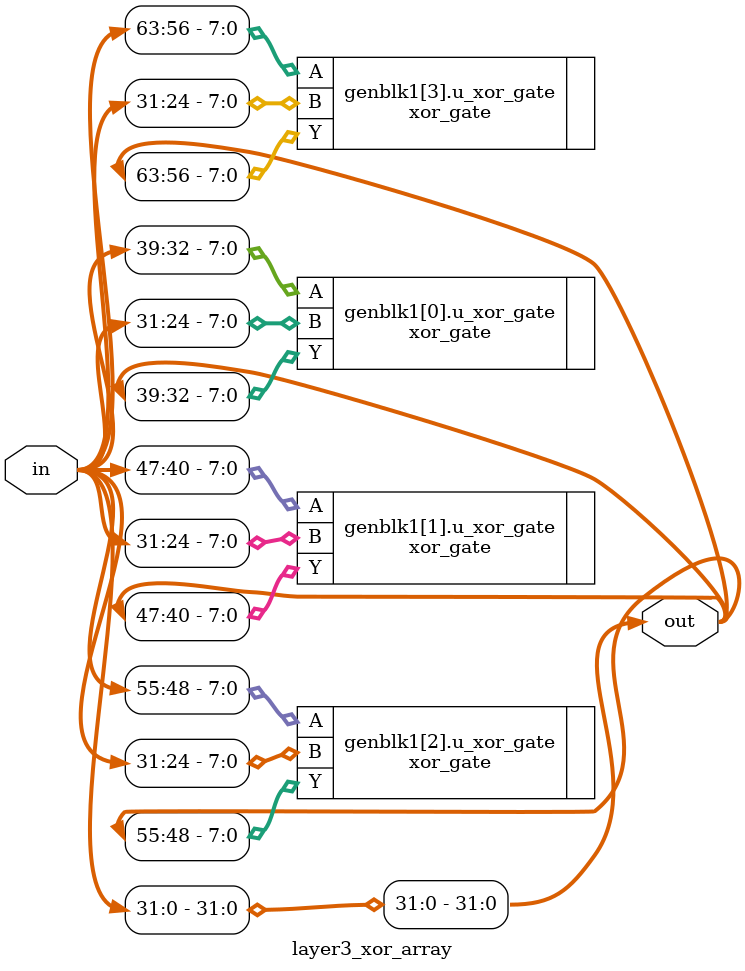
<source format=sv>
module layer3_xor_array(
    input logic [63:0] in,
    output logic [63:0] out

);
genvar i;
generate;
    for (i = 0;i<4;i++) begin
        xor_gate u_xor_gate ( .A(in[32+7+8*i:32+8*i]), .B(in[31:24]), .Y(out[32+7+8*i:32+8*i]));       
    end
endgenerate
assign out[31:0] = in[31:0];
endmodule
</source>
